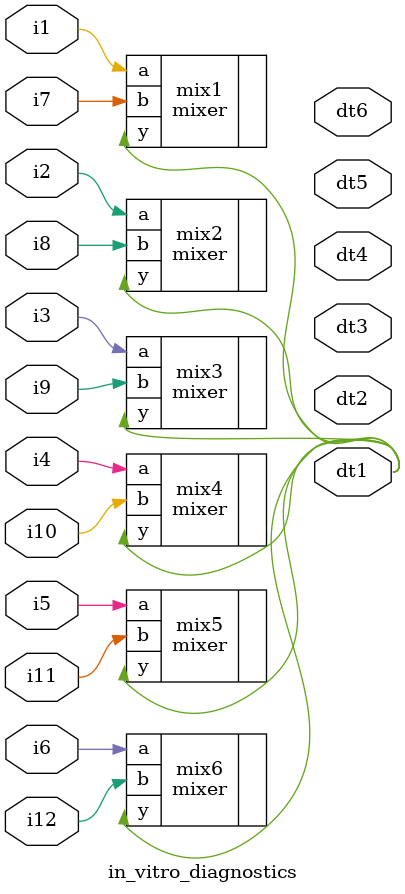
<source format=v>
module in_vitro_diagnostics (input i1, i2, i3, i4, i5, i6, i7, i8, i9, i10, i11, i12, output dt1, dt2, dt3, dt4, dt5, dt6);
  mixer mix1(.a(i1), .b(i7), .y(dt1));
  mixer mix2(.a(i2), .b(i8), .y(dt1));
  mixer mix3(.a(i3), .b(i9), .y(dt1));
  mixer mix4(.a(i4), .b(i10), .y(dt1));
  mixer mix5(.a(i5), .b(i11), .y(dt1));
  mixer mix6(.a(i6), .b(i12), .y(dt1));
endmodule

</source>
